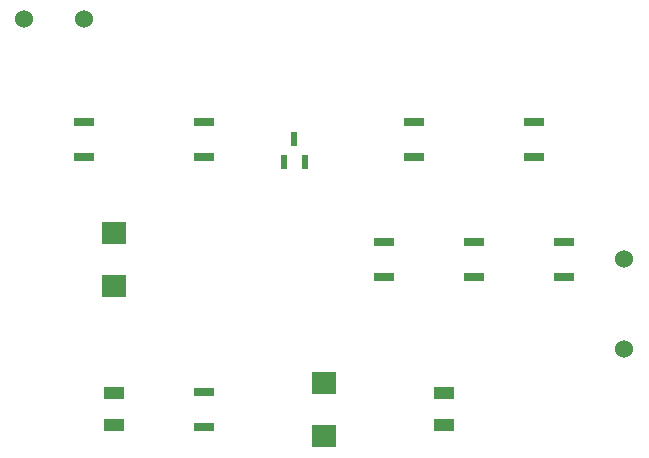
<source format=gbr>
%TF.GenerationSoftware,Altium Limited,Altium Designer,22.0.2 (36)*%
G04 Layer_Color=255*
%FSLAX26Y26*%
%MOIN*%
%TF.SameCoordinates,18AA30F0-C86B-41F5-80B4-D111BAE5B25F*%
%TF.FilePolarity,Positive*%
%TF.FileFunction,Pads,Top*%
%TF.Part,Single*%
G01*
G75*
%TA.AperFunction,SMDPad,CuDef*%
%ADD10R,0.068898X0.030000*%
%ADD11R,0.022000X0.050000*%
%ADD12R,0.080000X0.074000*%
%ADD13R,0.066929X0.043307*%
%TA.AperFunction,ViaPad*%
%ADD16C,0.060000*%
D10*
X4700000Y2459000D02*
D03*
Y2341000D02*
D03*
X5100000Y2459000D02*
D03*
Y2341000D02*
D03*
X6200000Y2459000D02*
D03*
Y2341000D02*
D03*
X5800000Y2459000D02*
D03*
Y2341000D02*
D03*
X6300000Y2059000D02*
D03*
Y1941000D02*
D03*
X6000000Y2059000D02*
D03*
Y1941000D02*
D03*
X5700000Y2059000D02*
D03*
Y1941000D02*
D03*
X5100000Y1559000D02*
D03*
Y1441000D02*
D03*
D11*
X5400000Y2400000D02*
D03*
X5436024Y2324000D02*
D03*
X5363976D02*
D03*
D12*
X4800000Y1911000D02*
D03*
Y2089000D02*
D03*
X5500000Y1411000D02*
D03*
Y1589000D02*
D03*
D13*
X4800000Y1553150D02*
D03*
Y1446850D02*
D03*
X5900000Y1553150D02*
D03*
Y1446850D02*
D03*
D16*
X6500000Y2000000D02*
D03*
Y1700000D02*
D03*
X4500000Y2800000D02*
D03*
X4700000D02*
D03*
%TF.MD5,66a5e0b52e88e33ab9e48d354d179499*%
M02*

</source>
